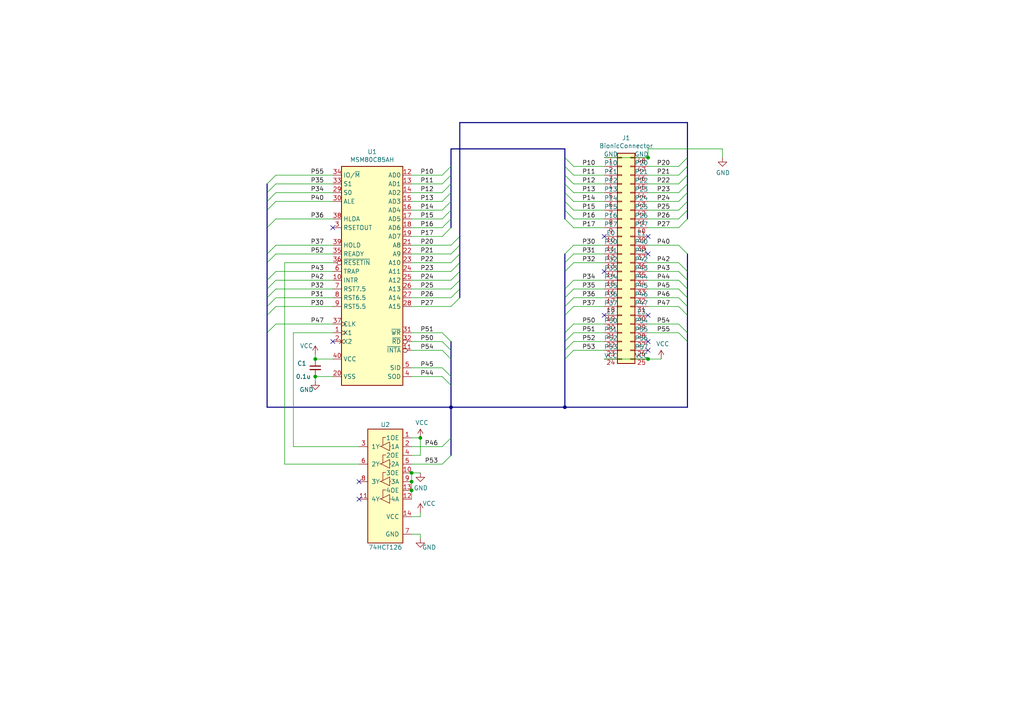
<source format=kicad_sch>
(kicad_sch (version 20211123) (generator eeschema)
  (paper "A4")
  (title_block (title "BionicP8085 Mezzanine") (date "2021-12-24") (rev "2") (company "Tadashi G. Takaoka"))
  (lib_symbols
    (symbol "0-LocalLibrary:74HCT126" (pin_names (offset 1.016))
      (property "Reference" "U" (at 0 16.51 0))
      (property "Value" "74HCT126" (at 0 -19.05 0))
      (symbol "74HCT126_0_1"
        (polyline (pts (xy -1.2954 10.2108) (xy -1.6002 10.2108)))
        (polyline (pts (xy 1.2954 10.2362) (xy 1.651 10.2362)))
        (polyline (pts (xy 0.7112 10.5664) (xy 0.7112 12.827) (xy -0.127 12.827) (xy -0.1016 12.827)))
      )
      (symbol "74HCT126_1_0"
        (polyline (pts (xy 1.27 10.2362) (xy -1.27 11.5062) (xy -1.27 8.9662) (xy 1.27 10.2362)) (stroke (width 0.1524)))
        (pin input line (at -7.62 12.7 0) (length 2.54) (name "1OE") (number "1"))
        (pin input line (at -7.62 2.54 0) (length 2.54) (name "3OE") (number "10"))
        (pin tri_state line (at 7.62 -5.08 180) (length 2.54) (name "4Y") (number "11"))
        (pin input line (at -7.62 -5.08 0) (length 2.54) (name "4A") (number "12"))
        (pin input line (at -7.62 -2.54 0) (length 2.54) (name "4OE") (number "13"))
        (pin power_in line (at -7.62 -10.16 0) (length 2.54) (name "VCC") (number "14"))
        (pin input line (at -7.62 10.16 0) (length 2.54) (name "1A") (number "2"))
        (pin tri_state line (at 7.62 10.16 180) (length 2.54) (name "1Y") (number "3"))
        (pin input line (at -7.62 7.62 0) (length 2.54) (name "2OE") (number "4"))
        (pin input line (at -7.62 5.08 0) (length 2.54) (name "2A") (number "5"))
        (pin tri_state line (at 7.62 5.08 180) (length 2.54) (name "2Y") (number "6"))
        (pin power_in line (at -7.62 -15.24 0) (length 2.54) (name "GND") (number "7"))
        (pin tri_state line (at 7.62 0 180) (length 2.54) (name "3Y") (number "8"))
        (pin input line (at -7.62 0 0) (length 2.54) (name "3A") (number "9"))
      )
      (symbol "74HCT126_1_1"
        (rectangle (start -5.08 15.24) (end 5.08 -17.78) (stroke (width 0.254)) (fill (type background)))
        (polyline (pts (xy -1.2954 -5.0292) (xy -1.6002 -5.0292)))
        (polyline (pts (xy -1.2954 0.0508) (xy -1.6002 0.0508)))
        (polyline (pts (xy -1.2954 5.1308) (xy -1.6002 5.1308)))
        (polyline (pts (xy 1.2954 -5.0038) (xy 1.651 -5.0038)))
        (polyline (pts (xy 1.2954 0.0762) (xy 1.651 0.0762)))
        (polyline (pts (xy 1.2954 5.1562) (xy 1.651 5.1562)))
        (polyline (pts (xy 0.7112 -4.6736) (xy 0.7112 -2.413) (xy -0.127 -2.413) (xy -0.1016 -2.413)))
        (polyline (pts (xy 0.7112 0.4064) (xy 0.7112 2.667) (xy -0.127 2.667) (xy -0.1016 2.667)))
        (polyline (pts (xy 0.7112 5.4864) (xy 0.7112 7.747) (xy -0.127 7.747) (xy -0.1016 7.747)))
        (polyline (pts (xy 1.27 -5.0038) (xy -1.27 -3.7338) (xy -1.27 -6.2738) (xy 1.27 -5.0038)) (stroke (width 0.1524)))
        (polyline (pts (xy 1.27 0.0762) (xy -1.27 1.3462) (xy -1.27 -1.1938) (xy 1.27 0.0762)) (stroke (width 0.1524)))
        (polyline (pts (xy 1.27 5.1562) (xy -1.27 6.4262) (xy -1.27 3.8862) (xy 1.27 5.1562)) (stroke (width 0.1524)))
      )
    )
    (symbol "0-LocalLibrary:BionicConnector" (pin_names (offset 0))
      (property "Reference" "J" (at 1.27 30.48 0))
      (property "Value" "BionicConnector" (at 3.81 33.02 0))
      (symbol "BionicConnector_1_1"
        (rectangle (start -1.27 -30.353) (end 0 -30.607) (stroke (width 0.1524)))
        (rectangle (start -1.27 -27.813) (end 0 -28.067) (stroke (width 0.1524)))
        (rectangle (start -1.27 -25.273) (end 0 -25.527) (stroke (width 0.1524)))
        (rectangle (start -1.27 -22.733) (end 0 -22.987) (stroke (width 0.1524)))
        (rectangle (start -1.27 -20.193) (end 0 -20.447) (stroke (width 0.1524)))
        (rectangle (start -1.27 -17.653) (end 0 -17.907) (stroke (width 0.1524)))
        (rectangle (start -1.27 -15.113) (end 0 -15.367) (stroke (width 0.1524)))
        (rectangle (start -1.27 -12.573) (end 0 -12.827) (stroke (width 0.1524)))
        (rectangle (start -1.27 -10.033) (end 0 -10.287) (stroke (width 0.1524)))
        (rectangle (start -1.27 -7.493) (end 0 -7.747) (stroke (width 0.1524)))
        (rectangle (start -1.27 -4.953) (end 0 -5.207) (stroke (width 0.1524)))
        (rectangle (start -1.27 -2.413) (end 0 -2.667) (stroke (width 0.1524)))
        (rectangle (start -1.27 0.127) (end 0 -0.127) (stroke (width 0.1524)))
        (rectangle (start -1.27 2.667) (end 0 2.413) (stroke (width 0.1524)))
        (rectangle (start -1.27 5.207) (end 0 4.953) (stroke (width 0.1524)))
        (rectangle (start -1.27 7.747) (end 0 7.493) (stroke (width 0.1524)))
        (rectangle (start -1.27 10.287) (end 0 10.033) (stroke (width 0.1524)))
        (rectangle (start -1.27 12.827) (end 0 12.573) (stroke (width 0.1524)))
        (rectangle (start -1.27 15.367) (end 0 15.113) (stroke (width 0.1524)))
        (rectangle (start -1.27 17.907) (end 0 17.653) (stroke (width 0.1524)))
        (rectangle (start -1.27 20.447) (end 0 20.193) (stroke (width 0.1524)))
        (rectangle (start -1.27 22.987) (end 0 22.733) (stroke (width 0.1524)))
        (rectangle (start -1.27 25.527) (end 0 25.273) (stroke (width 0.1524)))
        (rectangle (start -1.27 28.067) (end 0 27.813) (stroke (width 0.1524)))
        (rectangle (start -1.27 29.21) (end 3.81 -31.75) (stroke (width 0.254)) (fill (type background)))
        (rectangle (start 3.81 -30.353) (end 2.54 -30.607) (stroke (width 0.1524)))
        (rectangle (start 3.81 -27.813) (end 2.54 -28.067) (stroke (width 0.1524)))
        (rectangle (start 3.81 -25.273) (end 2.54 -25.527) (stroke (width 0.1524)))
        (rectangle (start 3.81 -22.733) (end 2.54 -22.987) (stroke (width 0.1524)))
        (rectangle (start 3.81 -20.193) (end 2.54 -20.447) (stroke (width 0.1524)))
        (rectangle (start 3.81 -17.653) (end 2.54 -17.907) (stroke (width 0.1524)))
        (rectangle (start 3.81 -15.113) (end 2.54 -15.367) (stroke (width 0.1524)))
        (rectangle (start 3.81 -12.573) (end 2.54 -12.827) (stroke (width 0.1524)))
        (rectangle (start 3.81 -10.033) (end 2.54 -10.287) (stroke (width 0.1524)))
        (rectangle (start 3.81 -7.493) (end 2.54 -7.747) (stroke (width 0.1524)))
        (rectangle (start 3.81 -4.953) (end 2.54 -5.207) (stroke (width 0.1524)))
        (rectangle (start 3.81 -2.413) (end 2.54 -2.667) (stroke (width 0.1524)))
        (rectangle (start 3.81 0.127) (end 2.54 -0.127) (stroke (width 0.1524)))
        (rectangle (start 3.81 2.667) (end 2.54 2.413) (stroke (width 0.1524)))
        (rectangle (start 3.81 5.207) (end 2.54 4.953) (stroke (width 0.1524)))
        (rectangle (start 3.81 7.747) (end 2.54 7.493) (stroke (width 0.1524)))
        (rectangle (start 3.81 10.287) (end 2.54 10.033) (stroke (width 0.1524)))
        (rectangle (start 3.81 12.827) (end 2.54 12.573) (stroke (width 0.1524)))
        (rectangle (start 3.81 15.367) (end 2.54 15.113) (stroke (width 0.1524)))
        (rectangle (start 3.81 17.907) (end 2.54 17.653) (stroke (width 0.1524)))
        (rectangle (start 3.81 20.447) (end 2.54 20.193) (stroke (width 0.1524)))
        (rectangle (start 3.81 22.987) (end 2.54 22.733) (stroke (width 0.1524)))
        (rectangle (start 3.81 25.527) (end 2.54 25.273) (stroke (width 0.1524)))
        (rectangle (start 3.81 28.067) (end 2.54 27.813) (stroke (width 0.1524)))
        (pin power_out line (at -5.08 27.94 0) (length 3.81) (name "GND") (number "1"))
        (pin bidirectional line (at -5.08 5.08 0) (length 3.81) (name "E0") (number "10"))
        (pin bidirectional line (at -5.08 2.54 0) (length 3.81) (name "P30") (number "11"))
        (pin bidirectional line (at -5.08 0 0) (length 3.81) (name "P31") (number "12"))
        (pin bidirectional line (at -5.08 -2.54 0) (length 3.81) (name "P32") (number "13"))
        (pin bidirectional line (at -5.08 -5.08 0) (length 3.81) (name "P33") (number "14"))
        (pin bidirectional line (at -5.08 -7.62 0) (length 3.81) (name "P34") (number "15"))
        (pin bidirectional line (at -5.08 -10.16 0) (length 3.81) (name "P35") (number "16"))
        (pin bidirectional line (at -5.08 -12.7 0) (length 3.81) (name "P36") (number "17"))
        (pin bidirectional line (at -5.08 -15.24 0) (length 3.81) (name "P37") (number "18"))
        (pin bidirectional line (at -5.08 -17.78 0) (length 3.81) (name "E2") (number "19"))
        (pin bidirectional line (at -5.08 25.4 0) (length 3.81) (name "P10") (number "2"))
        (pin bidirectional line (at -5.08 -20.32 0) (length 3.81) (name "P50") (number "20"))
        (pin bidirectional line (at -5.08 -22.86 0) (length 3.81) (name "P51") (number "21"))
        (pin bidirectional line (at -5.08 -25.4 0) (length 3.81) (name "P52") (number "22"))
        (pin bidirectional line (at -5.08 -27.94 0) (length 3.81) (name "P53") (number "23"))
        (pin power_out line (at -5.08 -30.48 0) (length 3.81) (name "VCC") (number "24"))
        (pin power_in line (at 7.62 -30.48 180) (length 3.81) (name "VCC") (number "25"))
        (pin bidirectional line (at 7.62 -27.94 180) (length 3.81) (name "P57") (number "26"))
        (pin bidirectional line (at 7.62 -25.4 180) (length 3.81) (name "P56") (number "27"))
        (pin bidirectional line (at 7.62 -22.86 180) (length 3.81) (name "P55") (number "28"))
        (pin bidirectional line (at 7.62 -20.32 180) (length 3.81) (name "P54") (number "29"))
        (pin bidirectional line (at -5.08 22.86 0) (length 3.81) (name "P11") (number "3"))
        (pin bidirectional line (at 7.62 -17.78 180) (length 3.81) (name "E3") (number "30"))
        (pin bidirectional line (at 7.62 -15.24 180) (length 3.81) (name "P47") (number "31"))
        (pin bidirectional line (at 7.62 -12.7 180) (length 3.81) (name "P46") (number "32"))
        (pin bidirectional line (at 7.62 -10.16 180) (length 3.81) (name "P45") (number "33"))
        (pin bidirectional line (at 7.62 -7.62 180) (length 3.81) (name "P44") (number "34"))
        (pin bidirectional line (at 7.62 -5.08 180) (length 3.81) (name "P43") (number "35"))
        (pin bidirectional line (at 7.62 -2.54 180) (length 3.81) (name "P42") (number "36"))
        (pin bidirectional line (at 7.62 0 180) (length 3.81) (name "P41") (number "37"))
        (pin bidirectional line (at 7.62 2.54 180) (length 3.81) (name "P40") (number "38"))
        (pin bidirectional line (at 7.62 5.08 180) (length 3.81) (name "E1") (number "39"))
        (pin bidirectional line (at -5.08 20.32 0) (length 3.81) (name "P12") (number "4"))
        (pin bidirectional line (at 7.62 7.62 180) (length 3.81) (name "P27") (number "40"))
        (pin bidirectional line (at 7.62 10.16 180) (length 3.81) (name "P26") (number "41"))
        (pin bidirectional line (at 7.62 12.7 180) (length 3.81) (name "P25") (number "42"))
        (pin bidirectional line (at 7.62 15.24 180) (length 3.81) (name "P24") (number "43"))
        (pin bidirectional line (at 7.62 17.78 180) (length 3.81) (name "P23") (number "44"))
        (pin bidirectional line (at 7.62 20.32 180) (length 3.81) (name "P22") (number "45"))
        (pin bidirectional line (at 7.62 22.86 180) (length 3.81) (name "P21") (number "46"))
        (pin bidirectional line (at 7.62 25.4 180) (length 3.81) (name "P20") (number "47"))
        (pin power_in line (at 7.62 27.94 180) (length 3.81) (name "GND") (number "48"))
        (pin bidirectional line (at -5.08 17.78 0) (length 3.81) (name "P13") (number "5"))
        (pin bidirectional line (at -5.08 15.24 0) (length 3.81) (name "P14") (number "6"))
        (pin bidirectional line (at -5.08 12.7 0) (length 3.81) (name "P15") (number "7"))
        (pin bidirectional line (at -5.08 10.16 0) (length 3.81) (name "P16") (number "8"))
        (pin bidirectional line (at -5.08 7.62 0) (length 3.81) (name "P17") (number "9"))
      )
    )
    (symbol "0-LocalLibrary:MSM80C85AH"
      (property "Reference" "U" (at -1.27 31.75 0))
      (property "Value" "MSM80C85AH" (at 0 -3.81 90))
      (symbol "MSM80C85AH_0_1"
        (rectangle (start -8.89 -33.02) (end 8.89 30.48) (stroke (width 0.254)) (fill (type background)))
      )
      (symbol "MSM80C85AH_1_1"
        (pin input clock (at -11.43 -17.78 0) (length 2.54) (name "X1") (number "1"))
        (pin input line (at -11.43 -2.54 0) (length 2.54) (name "INTR") (number "10"))
        (pin output inverted (at 11.43 -22.86 180) (length 2.54) (name "~{INTA}") (number "11"))
        (pin bidirectional line (at 11.43 27.94 180) (length 2.54) (name "AD0") (number "12"))
        (pin bidirectional line (at 11.43 25.4 180) (length 2.54) (name "AD1") (number "13"))
        (pin bidirectional line (at 11.43 22.86 180) (length 2.54) (name "AD2") (number "14"))
        (pin bidirectional line (at 11.43 20.32 180) (length 2.54) (name "AD3") (number "15"))
        (pin bidirectional line (at 11.43 17.78 180) (length 2.54) (name "AD4") (number "16"))
        (pin bidirectional line (at 11.43 15.24 180) (length 2.54) (name "AD5") (number "17"))
        (pin bidirectional line (at 11.43 12.7 180) (length 2.54) (name "AD6") (number "18"))
        (pin bidirectional line (at 11.43 10.16 180) (length 2.54) (name "AD7") (number "19"))
        (pin input non_logic (at -11.43 -20.32 0) (length 2.54) (name "X2") (number "2"))
        (pin power_in line (at -11.43 -30.48 0) (length 2.54) (name "VSS") (number "20"))
        (pin output line (at 11.43 7.62 180) (length 2.54) (name "A8") (number "21"))
        (pin output line (at 11.43 5.08 180) (length 2.54) (name "A9") (number "22"))
        (pin output line (at 11.43 2.54 180) (length 2.54) (name "A10") (number "23"))
        (pin output line (at 11.43 0 180) (length 2.54) (name "A11") (number "24"))
        (pin output line (at 11.43 -2.54 180) (length 2.54) (name "A12") (number "25"))
        (pin output line (at 11.43 -5.08 180) (length 2.54) (name "A13") (number "26"))
        (pin output line (at 11.43 -7.62 180) (length 2.54) (name "A14") (number "27"))
        (pin output line (at 11.43 -10.16 180) (length 2.54) (name "A15") (number "28"))
        (pin output line (at -11.43 22.86 0) (length 2.54) (name "S0") (number "29"))
        (pin output line (at -11.43 12.7 0) (length 2.54) (name "RSETOUT") (number "3"))
        (pin output line (at -11.43 20.32 0) (length 2.54) (name "ALE") (number "30"))
        (pin output line (at 11.43 -17.78 180) (length 2.54) (name "~{WR}") (number "31"))
        (pin output inverted (at 11.43 -20.32 180) (length 2.54) (name "~{RD}") (number "32"))
        (pin output line (at -11.43 25.4 0) (length 2.54) (name "S1") (number "33"))
        (pin output line (at -11.43 27.94 0) (length 2.54) (name "IO/~{M}") (number "34"))
        (pin input line (at -11.43 5.08 0) (length 2.54) (name "READY") (number "35"))
        (pin input inverted (at -11.43 2.54 0) (length 2.54) (name "~{RESETIN}") (number "36"))
        (pin output clock (at -11.43 -15.24 0) (length 2.54) (name "CLK") (number "37"))
        (pin output line (at -11.43 15.24 0) (length 2.54) (name "HLDA") (number "38"))
        (pin input line (at -11.43 7.62 0) (length 2.54) (name "HOLD") (number "39"))
        (pin output line (at 11.43 -30.48 180) (length 2.54) (name "SOD") (number "4"))
        (pin power_in line (at -11.43 -25.4 0) (length 2.54) (name "VCC") (number "40"))
        (pin input line (at 11.43 -27.94 180) (length 2.54) (name "SID") (number "5"))
        (pin input line (at -11.43 0 0) (length 2.54) (name "TRAP") (number "6"))
        (pin input line (at -11.43 -5.08 0) (length 2.54) (name "RST7.5") (number "7"))
        (pin input line (at -11.43 -7.62 0) (length 2.54) (name "RST6.5") (number "8"))
        (pin input line (at -11.43 -10.16 0) (length 2.54) (name "RST5.5") (number "9"))
      )
    )
    (symbol "Device:C_Small" (pin_numbers hide) (pin_names (offset 0.254) hide)
      (property "Reference" "C" (at 0.254 1.778 0))
      (property "Value" "C_Small" (at 0.254 -2.032 0))
      (symbol "C_Small_0_1"
        (polyline (pts (xy -1.524 -0.508) (xy 1.524 -0.508)) (stroke (width 0.3302)))
        (polyline (pts (xy -1.524 0.508) (xy 1.524 0.508)) (stroke (width 0.3048)))
      )
      (symbol "C_Small_1_1"
        (pin passive line (at 0 2.54 270) (length 2.032) (name "~") (number "1"))
        (pin passive line (at 0 -2.54 90) (length 2.032) (name "~") (number "2"))
      )
    )
    (symbol "power:GND" (power) (pin_names (offset 0))
      (property "Value" "GND" (at 0 -3.81 0))
      (symbol "GND_0_1"
        (polyline (pts (xy 0 0) (xy 0 -1.27) (xy 1.27 -1.27) (xy 0 -2.54) (xy -1.27 -1.27) (xy 0 -1.27)))
      )
      (symbol "GND_1_1"
        (pin power_in line (at 0 0 270) (length 0) hide (name "GND") (number "1"))
      )
    )
    (symbol "power:VCC" (power) (pin_names (offset 0))
      (property "Value" "VCC" (at 0 3.81 0))
      (symbol "VCC_0_1"
        (polyline (pts (xy -0.762 1.27) (xy 0 2.54)))
        (polyline (pts (xy 0 0) (xy 0 2.54)))
        (polyline (pts (xy 0 2.54) (xy 0.762 1.27)))
      )
      (symbol "VCC_1_1"
        (pin power_in line (at 0 0 90) (length 0) hide (name "VCC") (number "1"))
      )
    )
  )
  (junction (at 91.44 109.22))
  (junction (at 187.96 104.14))
  (junction (at 121.92 127))
  (junction (at 163.83 118.11))
  (junction (at 119.38 142.24))
  (junction (at 91.44 104.14))
  (junction (at 187.96 45.72))
  (junction (at 119.38 139.7))
  (junction (at 119.38 137.16))
  (junction (at 130.81 118.11))
  (no_connect (at 175.26 68.58))
  (no_connect (at 187.96 91.44))
  (no_connect (at 187.96 101.6))
  (no_connect (at 175.26 91.44))
  (no_connect (at 187.96 68.58))
  (no_connect (at 187.96 73.66))
  (no_connect (at 96.52 99.06))
  (no_connect (at 175.26 78.74))
  (no_connect (at 96.52 66.04))
  (no_connect (at 104.14 144.78))
  (no_connect (at 104.14 139.7))
  (no_connect (at 187.96 99.06))
  (bus_entry (at 80.01 71.12) (size -2.54 2.54))
  (bus_entry (at 128.27 109.22) (size 2.54 2.54))
  (bus_entry (at 80.01 53.34) (size -2.54 2.54))
  (bus_entry (at 166.37 99.06) (size -2.54 2.54))
  (bus_entry (at 128.27 99.06) (size 2.54 2.54))
  (bus_entry (at 199.39 50.8) (size -2.54 2.54))
  (bus_entry (at 128.27 101.6) (size 2.54 2.54))
  (bus_entry (at 166.37 93.98) (size -2.54 2.54))
  (bus_entry (at 196.85 88.9) (size 2.54 2.54))
  (bus_entry (at 80.01 63.5) (size -2.54 2.54))
  (bus_entry (at 166.37 83.82) (size -2.54 2.54))
  (bus_entry (at 128.27 96.52) (size 2.54 2.54))
  (bus_entry (at 166.37 81.28) (size -2.54 2.54))
  (bus_entry (at 166.37 101.6) (size -2.54 2.54))
  (bus_entry (at 196.85 86.36) (size 2.54 2.54))
  (bus_entry (at 199.39 63.5) (size -2.54 2.54))
  (bus_entry (at 166.37 53.34) (size -2.54 -2.54))
  (bus_entry (at 80.01 86.36) (size -2.54 2.54))
  (bus_entry (at 133.35 86.36) (size -2.54 2.54))
  (bus_entry (at 196.85 96.52) (size 2.54 2.54))
  (bus_entry (at 166.37 76.2) (size -2.54 2.54))
  (bus_entry (at 166.37 71.12) (size -2.54 2.54))
  (bus_entry (at 128.27 50.8) (size 2.54 -2.54))
  (bus_entry (at 133.35 71.12) (size -2.54 2.54))
  (bus_entry (at 196.85 76.2) (size 2.54 2.54))
  (bus_entry (at 80.01 78.74) (size -2.54 2.54))
  (bus_entry (at 199.39 60.96) (size -2.54 2.54))
  (bus_entry (at 166.37 55.88) (size -2.54 -2.54))
  (bus_entry (at 133.35 68.58) (size -2.54 2.54))
  (bus_entry (at 166.37 63.5) (size -2.54 -2.54))
  (bus_entry (at 199.39 48.26) (size -2.54 2.54))
  (bus_entry (at 80.01 55.88) (size -2.54 2.54))
  (bus_entry (at 196.85 83.82) (size 2.54 2.54))
  (bus_entry (at 128.27 106.68) (size 2.54 2.54))
  (bus_entry (at 199.39 55.88) (size -2.54 2.54))
  (bus_entry (at 133.35 83.82) (size -2.54 2.54))
  (bus_entry (at 166.37 88.9) (size -2.54 2.54))
  (bus_entry (at 166.37 86.36) (size -2.54 2.54))
  (bus_entry (at 166.37 58.42) (size -2.54 -2.54))
  (bus_entry (at 166.37 60.96) (size -2.54 -2.54))
  (bus_entry (at 80.01 93.98) (size -2.54 2.54))
  (bus_entry (at 133.35 78.74) (size -2.54 2.54))
  (bus_entry (at 166.37 48.26) (size -2.54 -2.54))
  (bus_entry (at 199.39 45.72) (size -2.54 2.54))
  (bus_entry (at 133.35 73.66) (size -2.54 2.54))
  (bus_entry (at 128.27 68.58) (size 2.54 -2.54))
  (bus_entry (at 80.01 88.9) (size -2.54 2.54))
  (bus_entry (at 133.35 81.28) (size -2.54 2.54))
  (bus_entry (at 128.27 66.04) (size 2.54 -2.54))
  (bus_entry (at 133.35 76.2) (size -2.54 2.54))
  (bus_entry (at 196.85 93.98) (size 2.54 2.54))
  (bus_entry (at 128.27 63.5) (size 2.54 -2.54))
  (bus_entry (at 166.37 50.8) (size -2.54 -2.54))
  (bus_entry (at 128.27 60.96) (size 2.54 -2.54))
  (bus_entry (at 128.27 55.88) (size 2.54 -2.54))
  (bus_entry (at 128.27 53.34) (size 2.54 -2.54))
  (bus_entry (at 196.85 81.28) (size 2.54 2.54))
  (bus_entry (at 130.81 127) (size -2.54 2.54))
  (bus_entry (at 130.81 132.08) (size -2.54 2.54))
  (bus_entry (at 166.37 66.04) (size -2.54 -2.54))
  (bus_entry (at 196.85 71.12) (size 2.54 2.54))
  (bus_entry (at 80.01 73.66) (size -2.54 2.54))
  (bus_entry (at 199.39 58.42) (size -2.54 2.54))
  (bus_entry (at 80.01 58.42) (size -2.54 2.54))
  (bus_entry (at 80.01 83.82) (size -2.54 2.54))
  (bus_entry (at 199.39 53.34) (size -2.54 2.54))
  (bus_entry (at 196.85 78.74) (size 2.54 2.54))
  (bus_entry (at 80.01 81.28) (size -2.54 2.54))
  (bus_entry (at 80.01 50.8) (size -2.54 2.54))
  (bus_entry (at 128.27 58.42) (size 2.54 -2.54))
  (bus_entry (at 166.37 73.66) (size -2.54 2.54))
  (bus_entry (at 166.37 96.52) (size -2.54 2.54))
  (wire (pts (xy 187.96 71.12) (xy 196.85 71.12)))
  (bus (pts (xy 77.47 60.96) (xy 77.47 66.04)))
  (bus (pts (xy 163.83 83.82) (xy 163.83 86.36)))
  (wire (pts (xy 209.55 43.18) (xy 209.55 45.72)))
  (wire (pts (xy 119.38 55.88) (xy 128.27 55.88)))
  (wire (pts (xy 119.38 137.16) (xy 119.38 139.7)))
  (wire (pts (xy 119.38 139.7) (xy 119.38 142.24)))
  (wire (pts (xy 187.96 78.74) (xy 196.85 78.74)))
  (wire (pts (xy 175.26 96.52) (xy 166.37 96.52)))
  (wire (pts (xy 187.96 81.28) (xy 196.85 81.28)))
  (wire (pts (xy 104.14 134.62) (xy 82.55 134.62)))
  (wire (pts (xy 119.38 134.62) (xy 128.27 134.62)))
  (bus (pts (xy 77.47 81.28) (xy 77.47 83.82)))
  (wire (pts (xy 175.26 48.26) (xy 166.37 48.26)))
  (wire (pts (xy 119.38 50.8) (xy 128.27 50.8)))
  (bus (pts (xy 163.83 50.8) (xy 163.83 53.34)))
  (wire (pts (xy 128.27 106.68) (xy 119.38 106.68)))
  (wire (pts (xy 187.96 43.18) (xy 187.96 45.72)))
  (wire (pts (xy 119.38 132.08) (xy 121.92 132.08)))
  (wire (pts (xy 119.38 73.66) (xy 130.81 73.66)))
  (bus (pts (xy 130.81 43.18) (xy 163.83 43.18)))
  (wire (pts (xy 96.52 83.82) (xy 80.01 83.82)))
  (wire (pts (xy 119.38 142.24) (xy 119.38 144.78)))
  (wire (pts (xy 96.52 78.74) (xy 80.01 78.74)))
  (wire (pts (xy 91.44 109.22) (xy 96.52 109.22)))
  (bus (pts (xy 199.39 48.26) (xy 199.39 50.8)))
  (wire (pts (xy 91.44 110.49) (xy 91.44 109.22)))
  (bus (pts (xy 199.39 35.56) (xy 199.39 45.72)))
  (bus (pts (xy 130.81 101.6) (xy 130.81 104.14)))
  (bus (pts (xy 130.81 60.96) (xy 130.81 63.5)))
  (bus (pts (xy 130.81 118.11) (xy 130.81 127)))
  (wire (pts (xy 119.38 83.82) (xy 130.81 83.82)))
  (bus (pts (xy 163.83 88.9) (xy 163.83 91.44)))
  (wire (pts (xy 119.38 71.12) (xy 130.81 71.12)))
  (bus (pts (xy 199.39 73.66) (xy 199.39 78.74)))
  (bus (pts (xy 163.83 43.18) (xy 163.83 45.72)))
  (wire (pts (xy 80.01 53.34) (xy 96.52 53.34)))
  (bus (pts (xy 130.81 50.8) (xy 130.81 53.34)))
  (wire (pts (xy 187.96 58.42) (xy 196.85 58.42)))
  (bus (pts (xy 130.81 63.5) (xy 130.81 66.04)))
  (bus (pts (xy 199.39 86.36) (xy 199.39 88.9)))
  (bus (pts (xy 199.39 83.82) (xy 199.39 86.36)))
  (wire (pts (xy 96.52 96.52) (xy 85.09 96.52)))
  (bus (pts (xy 130.81 109.22) (xy 130.81 111.76)))
  (bus (pts (xy 77.47 76.2) (xy 77.47 81.28)))
  (wire (pts (xy 187.96 83.82) (xy 196.85 83.82)))
  (wire (pts (xy 119.38 66.04) (xy 128.27 66.04)))
  (bus (pts (xy 77.47 58.42) (xy 77.47 60.96)))
  (bus (pts (xy 163.83 73.66) (xy 163.83 76.2)))
  (wire (pts (xy 80.01 93.98) (xy 96.52 93.98)))
  (wire (pts (xy 187.96 88.9) (xy 196.85 88.9)))
  (wire (pts (xy 119.38 127) (xy 121.92 127)))
  (wire (pts (xy 119.38 53.34) (xy 128.27 53.34)))
  (wire (pts (xy 175.26 60.96) (xy 166.37 60.96)))
  (wire (pts (xy 187.96 48.26) (xy 196.85 48.26)))
  (bus (pts (xy 199.39 55.88) (xy 199.39 58.42)))
  (bus (pts (xy 199.39 58.42) (xy 199.39 60.96)))
  (bus (pts (xy 77.47 86.36) (xy 77.47 88.9)))
  (bus (pts (xy 77.47 91.44) (xy 77.47 96.52)))
  (wire (pts (xy 119.38 109.22) (xy 128.27 109.22)))
  (bus (pts (xy 130.81 127) (xy 130.81 132.08)))
  (wire (pts (xy 80.01 81.28) (xy 96.52 81.28)))
  (bus (pts (xy 133.35 78.74) (xy 133.35 81.28)))
  (bus (pts (xy 199.39 45.72) (xy 199.39 48.26)))
  (bus (pts (xy 163.83 91.44) (xy 163.83 96.52)))
  (bus (pts (xy 163.83 45.72) (xy 163.83 48.26)))
  (bus (pts (xy 77.47 83.82) (xy 77.47 86.36)))
  (wire (pts (xy 187.96 86.36) (xy 196.85 86.36)))
  (bus (pts (xy 163.83 60.96) (xy 163.83 63.5)))
  (wire (pts (xy 119.38 96.52) (xy 128.27 96.52)))
  (bus (pts (xy 163.83 76.2) (xy 163.83 78.74)))
  (bus (pts (xy 199.39 78.74) (xy 199.39 81.28)))
  (bus (pts (xy 163.83 53.34) (xy 163.83 55.88)))
  (wire (pts (xy 175.26 53.34) (xy 166.37 53.34)))
  (wire (pts (xy 175.26 45.72) (xy 187.96 45.72)))
  (bus (pts (xy 163.83 99.06) (xy 163.83 101.6)))
  (bus (pts (xy 199.39 50.8) (xy 199.39 53.34)))
  (wire (pts (xy 121.92 127) (xy 121.92 132.08)))
  (wire (pts (xy 119.38 88.9) (xy 130.81 88.9)))
  (bus (pts (xy 133.35 35.56) (xy 199.39 35.56)))
  (bus (pts (xy 77.47 66.04) (xy 77.47 73.66)))
  (wire (pts (xy 119.38 76.2) (xy 130.81 76.2)))
  (bus (pts (xy 163.83 55.88) (xy 163.83 58.42)))
  (wire (pts (xy 175.26 66.04) (xy 166.37 66.04)))
  (wire (pts (xy 119.38 137.16) (xy 121.92 137.16)))
  (wire (pts (xy 175.26 104.14) (xy 187.96 104.14)))
  (bus (pts (xy 163.83 58.42) (xy 163.83 60.96)))
  (wire (pts (xy 80.01 71.12) (xy 96.52 71.12)))
  (wire (pts (xy 175.26 99.06) (xy 166.37 99.06)))
  (bus (pts (xy 133.35 73.66) (xy 133.35 76.2)))
  (bus (pts (xy 77.47 55.88) (xy 77.47 58.42)))
  (bus (pts (xy 130.81 118.11) (xy 163.83 118.11)))
  (bus (pts (xy 77.47 88.9) (xy 77.47 91.44)))
  (bus (pts (xy 199.39 60.96) (xy 199.39 63.5)))
  (wire (pts (xy 119.38 63.5) (xy 128.27 63.5)))
  (bus (pts (xy 163.83 118.11) (xy 199.39 118.11)))
  (wire (pts (xy 119.38 129.54) (xy 128.27 129.54)))
  (wire (pts (xy 82.55 76.2) (xy 96.52 76.2)))
  (bus (pts (xy 133.35 81.28) (xy 133.35 83.82)))
  (wire (pts (xy 121.92 149.86) (xy 119.38 149.86)))
  (wire (pts (xy 187.96 53.34) (xy 196.85 53.34)))
  (wire (pts (xy 119.38 101.6) (xy 128.27 101.6)))
  (wire (pts (xy 187.96 104.14) (xy 191.77 104.14)))
  (wire (pts (xy 187.96 66.04) (xy 196.85 66.04)))
  (bus (pts (xy 199.39 91.44) (xy 199.39 96.52)))
  (wire (pts (xy 187.96 50.8) (xy 196.85 50.8)))
  (bus (pts (xy 163.83 86.36) (xy 163.83 88.9)))
  (wire (pts (xy 119.38 58.42) (xy 128.27 58.42)))
  (wire (pts (xy 166.37 81.28) (xy 175.26 81.28)))
  (wire (pts (xy 175.26 101.6) (xy 166.37 101.6)))
  (wire (pts (xy 121.92 149.86) (xy 121.92 148.59)))
  (bus (pts (xy 77.47 73.66) (xy 77.47 76.2)))
  (bus (pts (xy 163.83 96.52) (xy 163.83 99.06)))
  (wire (pts (xy 80.01 86.36) (xy 96.52 86.36)))
  (wire (pts (xy 187.96 76.2) (xy 196.85 76.2)))
  (wire (pts (xy 82.55 134.62) (xy 82.55 76.2)))
  (bus (pts (xy 130.81 104.14) (xy 130.81 109.22)))
  (wire (pts (xy 85.09 96.52) (xy 85.09 129.54)))
  (wire (pts (xy 175.26 88.9) (xy 166.37 88.9)))
  (wire (pts (xy 187.96 93.98) (xy 196.85 93.98)))
  (wire (pts (xy 187.96 63.5) (xy 196.85 63.5)))
  (bus (pts (xy 163.83 104.14) (xy 163.83 118.11)))
  (bus (pts (xy 199.39 96.52) (xy 199.39 99.06)))
  (wire (pts (xy 175.26 63.5) (xy 166.37 63.5)))
  (wire (pts (xy 175.26 71.12) (xy 166.37 71.12)))
  (wire (pts (xy 175.26 55.88) (xy 166.37 55.88)))
  (wire (pts (xy 119.38 81.28) (xy 130.81 81.28)))
  (wire (pts (xy 119.38 99.06) (xy 128.27 99.06)))
  (wire (pts (xy 96.52 88.9) (xy 80.01 88.9)))
  (wire (pts (xy 175.26 50.8) (xy 166.37 50.8)))
  (wire (pts (xy 91.44 104.14) (xy 91.44 102.87)))
  (wire (pts (xy 91.44 104.14) (xy 96.52 104.14)))
  (bus (pts (xy 163.83 48.26) (xy 163.83 50.8)))
  (wire (pts (xy 119.38 68.58) (xy 128.27 68.58)))
  (wire (pts (xy 187.96 60.96) (xy 196.85 60.96)))
  (bus (pts (xy 130.81 58.42) (xy 130.81 60.96)))
  (wire (pts (xy 175.26 76.2) (xy 166.37 76.2)))
  (bus (pts (xy 130.81 99.06) (xy 130.81 101.6)))
  (bus (pts (xy 199.39 53.34) (xy 199.39 55.88)))
  (bus (pts (xy 163.83 78.74) (xy 163.83 83.82)))
  (bus (pts (xy 130.81 53.34) (xy 130.81 55.88)))
  (wire (pts (xy 187.96 43.18) (xy 209.55 43.18)))
  (bus (pts (xy 163.83 101.6) (xy 163.83 104.14)))
  (bus (pts (xy 133.35 35.56) (xy 133.35 68.58)))
  (wire (pts (xy 175.26 93.98) (xy 166.37 93.98)))
  (wire (pts (xy 175.26 58.42) (xy 166.37 58.42)))
  (bus (pts (xy 130.81 55.88) (xy 130.81 58.42)))
  (wire (pts (xy 80.01 55.88) (xy 96.52 55.88)))
  (wire (pts (xy 166.37 86.36) (xy 175.26 86.36)))
  (bus (pts (xy 77.47 53.34) (xy 77.47 55.88)))
  (wire (pts (xy 119.38 86.36) (xy 130.81 86.36)))
  (bus (pts (xy 133.35 68.58) (xy 133.35 71.12)))
  (wire (pts (xy 187.96 55.88) (xy 196.85 55.88)))
  (bus (pts (xy 77.47 96.52) (xy 77.47 118.11)))
  (wire (pts (xy 175.26 73.66) (xy 166.37 73.66)))
  (wire (pts (xy 96.52 63.5) (xy 80.01 63.5)))
  (wire (pts (xy 121.92 156.21) (xy 121.92 154.94)))
  (wire (pts (xy 96.52 58.42) (xy 80.01 58.42)))
  (bus (pts (xy 130.81 43.18) (xy 130.81 48.26)))
  (bus (pts (xy 130.81 48.26) (xy 130.81 50.8)))
  (bus (pts (xy 130.81 111.76) (xy 130.81 118.11)))
  (wire (pts (xy 85.09 129.54) (xy 104.14 129.54)))
  (wire (pts (xy 96.52 50.8) (xy 80.01 50.8)))
  (wire (pts (xy 166.37 83.82) (xy 175.26 83.82)))
  (bus (pts (xy 133.35 83.82) (xy 133.35 86.36)))
  (bus (pts (xy 199.39 99.06) (xy 199.39 118.11)))
  (wire (pts (xy 187.96 96.52) (xy 196.85 96.52)))
  (bus (pts (xy 199.39 81.28) (xy 199.39 83.82)))
  (wire (pts (xy 119.38 60.96) (xy 128.27 60.96)))
  (bus (pts (xy 133.35 71.12) (xy 133.35 73.66)))
  (bus (pts (xy 133.35 76.2) (xy 133.35 78.74)))
  (wire (pts (xy 119.38 78.74) (xy 130.81 78.74)))
  (bus (pts (xy 199.39 88.9) (xy 199.39 91.44)))
  (wire (pts (xy 119.38 154.94) (xy 121.92 154.94)))
  (wire (pts (xy 80.01 73.66) (xy 96.52 73.66)))
  (bus (pts (xy 77.47 118.11) (xy 130.81 118.11)))
  (label "P34" (at 93.98 55.88 180))
  (label "P44" (at 121.92 109.22 0))
  (label "P55" (at 190.5 96.52 0))
  (label "P16" (at 121.92 66.04 0))
  (label "P13" (at 121.92 58.42 0))
  (label "P46" (at 190.5 86.36 0))
  (label "P15" (at 121.92 63.5 0))
  (label "P40" (at 93.98 58.42 180))
  (label "P24" (at 190.5 58.42 0))
  (label "P35" (at 93.98 53.34 180))
  (label "P30" (at 172.72 71.12 180))
  (label "P47" (at 93.98 93.98 180))
  (label "P31" (at 172.72 73.66 180))
  (label "P22" (at 121.92 76.2 0))
  (label "P26" (at 190.5 63.5 0))
  (label "P17" (at 121.92 68.58 0))
  (label "P45" (at 121.92 106.68 0))
  (label "P10" (at 172.72 48.26 180))
  (label "P37" (at 93.98 71.12 180))
  (label "P43" (at 93.98 78.74 180))
  (label "P14" (at 121.92 60.96 0))
  (label "P32" (at 172.72 76.2 180))
  (label "P55" (at 93.98 50.8 180))
  (label "P44" (at 190.5 81.28 0))
  (label "P31" (at 93.98 86.36 180))
  (label "P11" (at 172.72 50.8 180))
  (label "P26" (at 121.92 86.36 0))
  (label "P25" (at 190.5 60.96 0))
  (label "P15" (at 172.72 60.96 180))
  (label "P54" (at 121.92 101.6 0))
  (label "P13" (at 172.72 55.88 180))
  (label "P53" (at 123.19 134.62 0))
  (label "P22" (at 190.5 53.34 0))
  (label "P35" (at 172.72 83.82 180))
  (label "P36" (at 93.98 63.5 180))
  (label "P51" (at 172.72 96.52 180))
  (label "P50" (at 172.72 93.98 180))
  (label "P17" (at 172.72 66.04 180))
  (label "P20" (at 121.92 71.12 0))
  (label "P23" (at 121.92 78.74 0))
  (label "P40" (at 190.5 71.12 0))
  (label "P10" (at 121.92 50.8 0))
  (label "P52" (at 172.72 99.06 180))
  (label "P54" (at 190.5 93.98 0))
  (label "P47" (at 190.5 88.9 0))
  (label "P14" (at 172.72 58.42 180))
  (label "P21" (at 190.5 50.8 0))
  (label "P16" (at 172.72 63.5 180))
  (label "P36" (at 172.72 86.36 180))
  (label "P12" (at 172.72 53.34 180))
  (label "P23" (at 190.5 55.88 0))
  (label "P34" (at 172.72 81.28 180))
  (label "P45" (at 190.5 83.82 0))
  (label "P53" (at 172.72 101.6 180))
  (label "P43" (at 190.5 78.74 0))
  (label "P11" (at 121.92 53.34 0))
  (label "P42" (at 93.98 81.28 180))
  (label "P37" (at 172.72 88.9 180))
  (label "P32" (at 93.98 83.82 180))
  (label "P52" (at 93.98 73.66 180))
  (label "P42" (at 190.5 76.2 0))
  (label "P27" (at 190.5 66.04 0))
  (label "P25" (at 121.92 83.82 0))
  (label "P46" (at 123.19 129.54 0))
  (label "P21" (at 121.92 73.66 0))
  (label "P30" (at 93.98 88.9 180))
  (label "P20" (at 190.5 48.26 0))
  (label "P27" (at 121.92 88.9 0))
  (label "P24" (at 121.92 81.28 0))
  (label "P12" (at 121.92 55.88 0))
  (label "P50" (at 121.92 99.06 0))
  (label "P51" (at 121.92 96.52 0))
  (symbol (lib_id "power:VCC") (at -1352.55 -1136.65 0) (unit 1)
    (property "Reference" "#PWR01" (effects hide))
    (property "Value" "VCC" (at -1352.1182 -1141.0442 0))
  )
  (symbol (lib_id "power:VCC") (at 91.44 102.87 0) (mirror y) (unit 1)
    (property "Reference" "#PWR03" (effects hide))
    (property "Value" "VCC" (at 88.9 100.33 0))
  )
  (symbol (lib_id "power:GND") (at 91.44 110.49 0) (mirror y) (unit 1)
    (property "Reference" "#PWR04" (effects hide))
    (property "Value" "GND" (at 88.9 113.03 0))
  )
  (symbol (lib_id "Device:C_Small") (at 91.44 106.68 0) (mirror y) (unit 1)
    (property "Reference" "C1" (at 88.9 105.41 0) (effects (justify left)))
    (property "Value" "0.1u" (at 90.17 109.22 0) (effects (justify left)))
    (property "Footprint" "Capacitor_THT:C_Disc_D3.4mm_W2.1mm_P2.50mm" (effects hide))
  )
  (symbol (lib_id "0-LocalLibrary:74HCT126") (at 111.76 139.7 0) (mirror y) (unit 1)
    (property "Reference" "U2" (at 111.76 123.19 0))
    (property "Value" "74HCT126" (at 111.76 158.75 0))
    (property "Footprint" "Package_DIP:DIP-14_W7.62mm" (effects hide))
    (property "Datasheet" "https://www.ti.com/lit/ds/symlink/cd74hct126.pdf" (effects hide))
  )
  (symbol (lib_id "power:VCC") (at 121.92 148.59 0) (unit 1)
    (property "Reference" "#PWR07" (effects hide))
    (property "Value" "VCC" (at 124.46 146.05 0))
  )
  (symbol (lib_id "power:GND") (at 121.92 156.21 0) (unit 1)
    (property "Reference" "#PWR08" (effects hide))
    (property "Value" "GND" (at 124.46 158.75 0))
  )
  (symbol (lib_id "power:VCC") (at 121.92 127 0) (unit 1)
    (property "Reference" "#PWR02" (effects hide))
    (property "Value" "VCC" (at 122.3518 122.6058 0))
  )
  (symbol (lib_id "power:GND") (at 121.92 137.16 0) (unit 1)
    (property "Reference" "#PWR06" (effects hide))
    (property "Value" "GND" (at 122.047 141.5542 0))
  )
  (symbol (lib_id "power:GND") (at 209.55 45.72 0) (unit 1)
    (property "Reference" "#PWR0101" (effects hide))
    (property "Value" "GND" (at 209.677 50.1142 0))
  )
  (symbol (lib_id "power:VCC") (at 191.77 104.14 0) (unit 1)
    (property "Reference" "#PWR0102" (effects hide))
    (property "Value" "VCC" (at 192.2018 99.7458 0))
  )
  (symbol (lib_id "0-LocalLibrary:MSM80C85AH") (at 107.95 78.74 0) (unit 1)
    (property "Reference" "U1" (at 107.95 44.0182 0))
    (property "Value" "MSM80C85AH" (at 107.95 46.3296 0))
    (property "Footprint" "Package_DIP:DIP-40_W15.24mm" (effects hide))
    (property "Datasheet" "https://pdf1.alldatasheet.com/datasheet-pdf/view/11399/OKI/MSM80C85.html" (effects hide))
  )
  (symbol (lib_id "0-LocalLibrary:BionicConnector") (at 180.34 73.66 0) (unit 1)
    (property "Reference" "J1" (at 181.61 40.005 0))
    (property "Value" "BionicConnector" (at 181.61 42.3164 0))
    (property "Footprint" "0-LocalLibrary:DIP-48_W7.62mm" (effects hide))
    (property "Datasheet" "https://www.arieselec.com/wp-content/uploads/2020/02/10001-universal-dip-zif-test-socket.pdf" (effects hide))
  )
)
</source>
